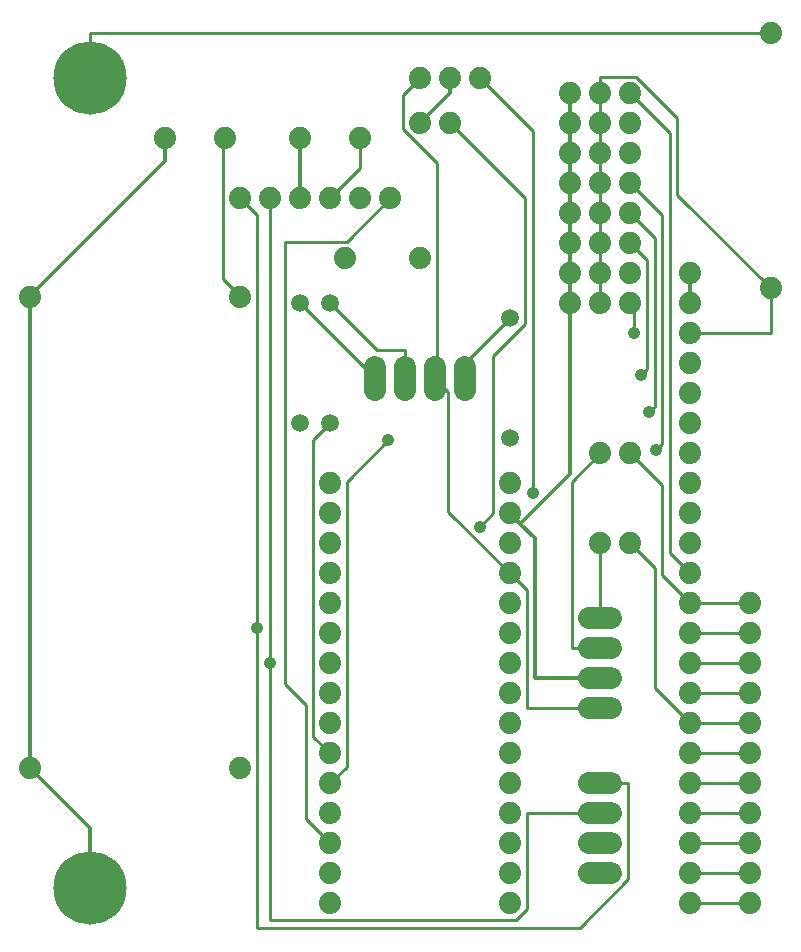
<source format=gbr>
G04 EAGLE Gerber RS-274X export*
G75*
%MOMM*%
%FSLAX34Y34*%
%LPD*%
%INTop Copper*%
%IPPOS*%
%AMOC8*
5,1,8,0,0,1.08239X$1,22.5*%
G01*
%ADD10C,1.879600*%
%ADD11C,1.879600*%
%ADD12C,6.197600*%
%ADD13C,1.500000*%
%ADD14C,0.304800*%
%ADD15C,0.254000*%
%ADD16C,1.066800*%


D10*
X279400Y393700D03*
X279400Y368300D03*
X279400Y342900D03*
X279400Y317500D03*
X279400Y292100D03*
X279400Y266700D03*
X279400Y241300D03*
X279400Y215900D03*
X279400Y190500D03*
X279400Y165100D03*
X279400Y139700D03*
X279400Y114300D03*
X279400Y88900D03*
X279400Y63500D03*
X279400Y38100D03*
X431800Y38100D03*
X431800Y63500D03*
X431800Y88900D03*
X431800Y114300D03*
X431800Y139700D03*
X431800Y165100D03*
X431800Y190500D03*
X431800Y215900D03*
X431800Y241300D03*
X431800Y266700D03*
X431800Y292100D03*
X431800Y317500D03*
X431800Y342900D03*
X431800Y368300D03*
X431800Y393700D03*
D11*
X498602Y63500D02*
X517398Y63500D01*
X517398Y88900D02*
X498602Y88900D01*
X498602Y114300D02*
X517398Y114300D01*
X517398Y139700D02*
X498602Y139700D01*
X498602Y203200D02*
X517398Y203200D01*
X517398Y228600D02*
X498602Y228600D01*
X498602Y254000D02*
X517398Y254000D01*
X517398Y279400D02*
X498602Y279400D01*
D10*
X355600Y736600D03*
X381000Y736600D03*
X406400Y736600D03*
X355600Y698500D03*
X381000Y698500D03*
D12*
X76200Y50800D03*
X76200Y736600D03*
D10*
X584200Y38100D03*
X584200Y63500D03*
X584200Y88900D03*
X584200Y114300D03*
X584200Y139700D03*
X584200Y165100D03*
X584200Y190500D03*
X584200Y215900D03*
X584200Y241300D03*
X584200Y266700D03*
X584200Y292100D03*
X584200Y317500D03*
X584200Y342900D03*
X584200Y368300D03*
X584200Y393700D03*
X584200Y419100D03*
X584200Y444500D03*
X584200Y469900D03*
X584200Y495300D03*
X584200Y520700D03*
X584200Y546100D03*
X584200Y571500D03*
X508000Y419100D03*
X533400Y419100D03*
X508000Y342900D03*
X533400Y342900D03*
X203200Y551180D03*
X203200Y152400D03*
X25400Y551180D03*
X25400Y152400D03*
X139700Y685800D03*
X190500Y685800D03*
X304800Y685800D03*
X254000Y685800D03*
X482600Y546100D03*
X508000Y546100D03*
X533400Y546100D03*
X482600Y571500D03*
X508000Y571500D03*
X533400Y571500D03*
X482600Y596900D03*
X508000Y596900D03*
X533400Y596900D03*
X482600Y622300D03*
X508000Y622300D03*
X533400Y622300D03*
X482600Y647700D03*
X508000Y647700D03*
X533400Y647700D03*
X482600Y673100D03*
X508000Y673100D03*
X533400Y673100D03*
X482600Y698500D03*
X508000Y698500D03*
X533400Y698500D03*
X482600Y723900D03*
X508000Y723900D03*
X533400Y723900D03*
X635000Y292100D03*
X635000Y266700D03*
X635000Y241300D03*
X635000Y215900D03*
X635000Y190500D03*
X635000Y165100D03*
X635000Y139700D03*
X635000Y114300D03*
X635000Y88900D03*
X635000Y63500D03*
X635000Y38100D03*
D11*
X393700Y473202D02*
X393700Y491998D01*
X368300Y491998D02*
X368300Y473202D01*
X342900Y473202D02*
X342900Y491998D01*
X317500Y491998D02*
X317500Y473202D01*
D10*
X355600Y584200D03*
X292100Y584200D03*
D13*
X254000Y444500D03*
X254000Y546100D03*
X279400Y444500D03*
X279400Y546100D03*
X431800Y533400D03*
X431800Y431800D03*
D10*
X330200Y635000D03*
X304800Y635000D03*
X279400Y635000D03*
X254000Y635000D03*
X228600Y635000D03*
X203200Y635000D03*
X652780Y774700D03*
X652780Y558800D03*
D14*
X508000Y228600D02*
X452438Y228600D01*
X452438Y347663D01*
X440531Y359569D02*
X431800Y368300D01*
X440531Y359569D02*
X452438Y347663D01*
X76200Y101600D02*
X25400Y152400D01*
X76200Y101600D02*
X76200Y50800D01*
X25400Y552450D02*
X139700Y666750D01*
X139700Y685800D01*
X25400Y552450D02*
X25400Y551180D01*
X254000Y635000D02*
X254000Y685800D01*
X355600Y698500D02*
X381000Y723900D01*
X381000Y736600D01*
X482600Y723900D02*
X482600Y698500D01*
X584200Y571500D02*
X584200Y546100D01*
X482600Y647700D02*
X482600Y673100D01*
X482600Y571500D02*
X482600Y546100D01*
X482600Y596900D02*
X482600Y622300D01*
X482600Y596900D02*
X482600Y571500D01*
X482600Y622300D02*
X482600Y647700D01*
X482600Y673100D02*
X482600Y698500D01*
X25400Y551180D02*
X25400Y152400D01*
X440531Y359569D02*
X482600Y401638D01*
X482600Y546100D01*
D15*
X417513Y368300D02*
X406400Y357188D01*
X417513Y368300D02*
X417513Y501650D01*
X444500Y528638D01*
X444500Y635000D01*
X381000Y698500D01*
D16*
X406400Y357188D03*
D15*
X217488Y271463D02*
X217488Y620713D01*
X203200Y635000D01*
X508000Y139700D02*
X531813Y139700D01*
X531813Y58738D01*
X490538Y17463D01*
X217488Y17463D01*
X217488Y271463D01*
D16*
X217488Y271463D03*
D15*
X228600Y241300D02*
X228600Y635000D01*
X446088Y114300D02*
X508000Y114300D01*
X446088Y114300D02*
X446088Y33338D01*
X436563Y23813D01*
X228600Y23813D01*
X228600Y241300D01*
D16*
X228600Y241300D03*
D15*
X265113Y430213D02*
X279400Y444500D01*
X265113Y430213D02*
X265113Y179388D01*
X279400Y165100D01*
X293688Y395288D02*
X328613Y430213D01*
X293688Y395288D02*
X293688Y153988D01*
X279400Y139700D01*
D16*
X328613Y430213D03*
D15*
X293688Y598488D02*
X330200Y635000D01*
X293688Y598488D02*
X241300Y598488D01*
X241300Y223838D01*
X258763Y206375D01*
X258763Y109538D01*
X279400Y88900D01*
X446088Y203200D02*
X508000Y203200D01*
X446088Y203200D02*
X446088Y303213D01*
X431800Y317500D01*
X379413Y471488D02*
X368300Y482600D01*
X379413Y471488D02*
X379413Y369888D01*
X431800Y317500D01*
X508000Y647700D02*
X508000Y673100D01*
X508000Y571500D02*
X508000Y546100D01*
X508000Y596900D02*
X508000Y622300D01*
X508000Y596900D02*
X508000Y571500D01*
X508000Y622300D02*
X508000Y647700D01*
X584200Y520700D02*
X652463Y520700D01*
X652463Y558800D01*
X508000Y698500D02*
X508000Y723900D01*
X573088Y638175D02*
X652463Y558800D01*
X573088Y638175D02*
X573088Y703263D01*
X538163Y738188D01*
X508000Y738188D01*
X508000Y723900D01*
X652463Y558800D02*
X652780Y558800D01*
X508000Y673100D02*
X508000Y698500D01*
X369888Y665163D02*
X369888Y482600D01*
X369888Y665163D02*
X341313Y693738D01*
X341313Y722313D01*
X355600Y736600D01*
X368300Y482600D02*
X369888Y482600D01*
X508000Y342900D02*
X508000Y279400D01*
X508000Y254000D02*
X484188Y254000D01*
X484188Y395288D01*
X508000Y419100D01*
X450850Y385763D02*
X450850Y692150D01*
X406400Y736600D01*
D16*
X450850Y385763D03*
D15*
X536575Y542925D02*
X533400Y546100D01*
X536575Y542925D02*
X536575Y520700D01*
D16*
X536575Y520700D03*
D15*
X584200Y292100D02*
X635000Y292100D01*
X560388Y392113D02*
X533400Y419100D01*
X560388Y392113D02*
X560388Y315913D01*
X584200Y292100D01*
X584200Y88900D02*
X635000Y88900D01*
X542925Y485775D02*
X547688Y490538D01*
X547688Y582613D01*
X533400Y596900D01*
D16*
X542925Y485775D03*
D15*
X554038Y458788D02*
X549275Y454025D01*
X554038Y458788D02*
X554038Y601663D01*
X533400Y622300D01*
D16*
X549275Y454025D03*
D15*
X560388Y427038D02*
X555625Y422275D01*
X560388Y427038D02*
X560388Y620713D01*
X533400Y647700D01*
D16*
X555625Y422275D03*
D15*
X566738Y334963D02*
X584200Y317500D01*
X566738Y334963D02*
X566738Y690563D01*
X533400Y723900D01*
X584200Y266700D02*
X635000Y266700D01*
X635000Y241300D02*
X584200Y241300D01*
X584200Y215900D02*
X635000Y215900D01*
X635000Y190500D02*
X584200Y190500D01*
X554038Y322263D02*
X533400Y342900D01*
X554038Y322263D02*
X554038Y220663D01*
X584200Y190500D01*
X584200Y165100D02*
X635000Y165100D01*
X635000Y139700D02*
X584200Y139700D01*
X584200Y114300D02*
X635000Y114300D01*
X635000Y63500D02*
X584200Y63500D01*
X584200Y38100D02*
X635000Y38100D01*
X279400Y635000D02*
X304800Y660400D01*
X304800Y685800D01*
X188913Y566738D02*
X203200Y552450D01*
X188913Y566738D02*
X188913Y684213D01*
X190500Y685800D01*
X203200Y552450D02*
X203200Y551180D01*
X254000Y546100D02*
X317500Y482600D01*
X319088Y506413D02*
X279400Y546100D01*
X319088Y506413D02*
X342900Y506413D01*
X342900Y482600D01*
X393700Y495300D02*
X431800Y533400D01*
X393700Y495300D02*
X393700Y482600D01*
X652780Y774700D02*
X76200Y774700D01*
X76200Y736600D01*
M02*

</source>
